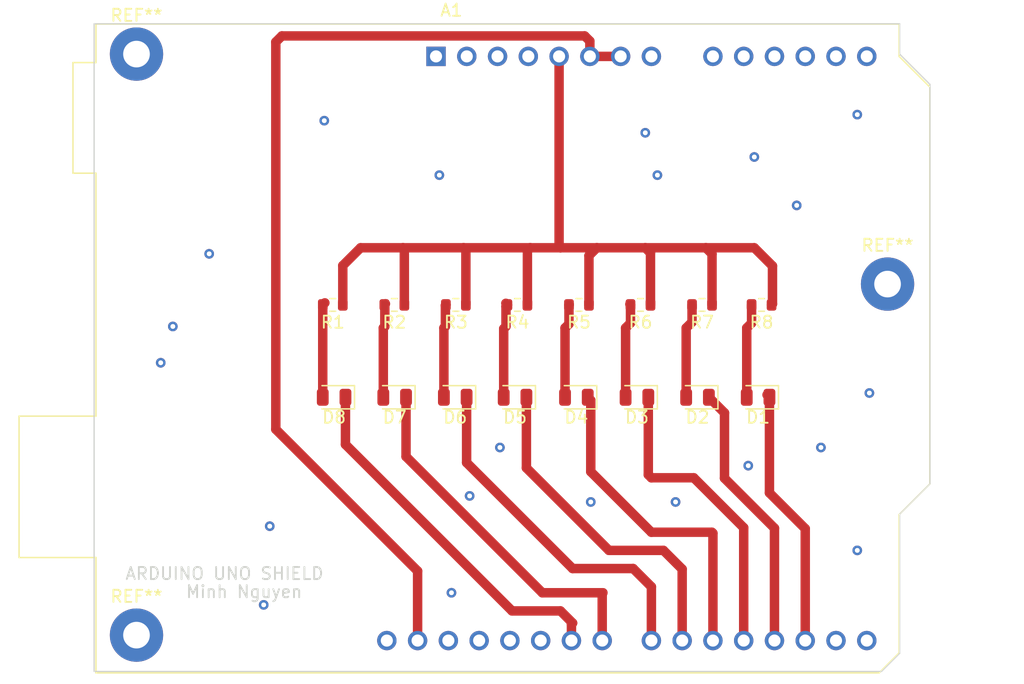
<source format=kicad_pcb>
(kicad_pcb (version 20221018) (generator pcbnew)
  (layers (0 "F.Cu" signal) (31 "B.Cu" signal) (34 "B.Paste" user) (35 "F.Paste" user) (36 "B.SilkS" user "B.Silkscreen") (37 "F.SilkS" user "F.Silkscreen") (38 "B.Mask" user) (39 "F.Mask" user) (44 "Edge.Cuts" user))
  (net 0 "")
  (net 5 "Net-(A1-+5V)")
  (net 6 "GND")
  (net 16 "Net-(A1-D2)")
  (net 17 "Net-(A1-D3)")
  (net 18 "Net-(A1-D4)")
  (net 19 "Net-(A1-D5)")
  (net 20 "Net-(A1-D6)")
  (net 21 "Net-(A1-D7)")
  (net 22 "Net-(A1-D8)")
  (net 23 "Net-(A1-D9)")
  (net 29 "Net-(D1-A)")
  (net 30 "Net-(D2-A)")
  (net 31 "Net-(D3-A)")
  (net 32 "Net-(D4-A)")
  (net 33 "Net-(D5-A)")
  (net 34 "Net-(D6-A)")
  (net 35 "Net-(D7-A)")
  (net 36 "Net-(D8-A)")
  (footprint "Resistor_SMD:R_0603_1608Metric" (layer "F.Cu") (at 150.865 80.22 180)
    (fp_text reference "R3" (at 0 -1.43) (layer "F.SilkS"))
    (fp_text value "247")
    (fp_line (start -0.237258 -0.5225) (end 0.237258 -0.5225) (stroke (width 0.12)) (layer "F.SilkS"))
    (fp_line (start -0.237258 0.5225) (end 0.237258 0.5225) (stroke (width 0.12)) (layer "F.SilkS"))
    (pad "1" smd roundrect (at -0.825 0 180) (size 0.8 0.95) (layers "F.Cu" "F.Paste" "F.Mask") (net 5 "Net-(A1-+5V)"))
    (pad "2" smd roundrect (at 0.825 0 180) (size 0.8 0.95) (layers "F.Cu" "F.Paste" "F.Mask") (net 34 "Net-(D6-A)"))
  )
  (footprint "LED_SMD:LED_0805_2012Metric" (layer "F.Cu") (at 155.75 87.85 180)
    (fp_text reference "D5" (at 0 -1.65) (layer "F.SilkS"))
    (fp_text value "LED")
    (fp_line (start -1.685 -0.96) (end -1.685 0.96) (stroke (width 0.12)) (layer "F.SilkS"))
    (fp_line (start -1.685 0.96) (end 1 0.96) (stroke (width 0.12)) (layer "F.SilkS"))
    (fp_line (start 1 -0.96) (end -1.685 -0.96) (stroke (width 0.12)) (layer "F.SilkS"))
    (pad "1" smd roundrect (at -0.9375 0 180) (size 0.975 1.4) (layers "F.Cu" "F.Paste" "F.Mask") (net 20 "Net-(A1-D6)"))
    (pad "2" smd roundrect (at 0.9375 0 180) (size 0.975 1.4) (layers "F.Cu" "F.Paste" "F.Mask") (net 33 "Net-(D5-A)"))
  )
  (footprint "LED_SMD:LED_0805_2012Metric" (layer "F.Cu") (at 170.8125 87.85 180)
    (fp_text reference "D2" (at 0 -1.65) (layer "F.SilkS"))
    (fp_text value "LED")
    (fp_line (start -1.685 -0.96) (end -1.685 0.96) (stroke (width 0.12)) (layer "F.SilkS"))
    (fp_line (start -1.685 0.96) (end 1 0.96) (stroke (width 0.12)) (layer "F.SilkS"))
    (fp_line (start 1 -0.96) (end -1.685 -0.96) (stroke (width 0.12)) (layer "F.SilkS"))
    (pad "1" smd roundrect (at -0.9375 0 180) (size 0.975 1.4) (layers "F.Cu" "F.Paste" "F.Mask") (net 17 "Net-(A1-D3)"))
    (pad "2" smd roundrect (at 0.9375 0 180) (size 0.975 1.4) (layers "F.Cu" "F.Paste" "F.Mask") (net 30 "Net-(D2-A)"))
  )
  (footprint "Resistor_SMD:R_0603_1608Metric" (layer "F.Cu") (at 166.105 80.22 180)
    (fp_text reference "R6" (at 0 -1.43) (layer "F.SilkS"))
    (fp_text value "247")
    (fp_line (start -0.237258 -0.5225) (end 0.237258 -0.5225) (stroke (width 0.12)) (layer "F.SilkS"))
    (fp_line (start -0.237258 0.5225) (end 0.237258 0.5225) (stroke (width 0.12)) (layer "F.SilkS"))
    (pad "1" smd roundrect (at -0.825 0 180) (size 0.8 0.95) (layers "F.Cu" "F.Paste" "F.Mask") (net 5 "Net-(A1-+5V)"))
    (pad "2" smd roundrect (at 0.825 0 180) (size 0.8 0.95) (layers "F.Cu" "F.Paste" "F.Mask") (net 31 "Net-(D3-A)"))
  )
  (footprint "Module:Arduino_UNO_R2" (layer "F.Cu") (at 149.225 59.69)
    (fp_text reference "A1" (at 1.27 -3.81 180) (layer "F.SilkS"))
    (fp_text value "Arduino_UNO_R2")
    (fp_line (start -34.42 29.72) (end -34.42 41.4) (stroke (width 0.12)) (layer "F.SilkS"))
    (fp_line (start -34.42 41.4) (end -28.07 41.4) (stroke (width 0.12)) (layer "F.SilkS"))
    (fp_line (start -29.97 0.51) (end -29.97 9.65) (stroke (width 0.12)) (layer "F.SilkS"))
    (fp_line (start -29.97 9.65) (end -28.07 9.65) (stroke (width 0.12)) (layer "F.SilkS"))
    (fp_line (start -28.07 -2.67) (end -28.07 0.51) (stroke (width 0.12)) (layer "F.SilkS"))
    (fp_line (start -28.07 0.51) (end -29.97 0.51) (stroke (width 0.12)) (layer "F.SilkS"))
    (fp_line (start -28.07 9.65) (end -28.07 29.72) (stroke (width 0.12)) (layer "F.SilkS"))
    (fp_line (start -28.07 29.72) (end -34.42 29.72) (stroke (width 0.12)) (layer "F.SilkS"))
    (fp_line (start -28.07 41.4) (end -28.07 50.93) (stroke (width 0.12)) (layer "F.SilkS"))
    (fp_line (start -28.07 50.93) (end 36.58 50.93) (stroke (width 0.12)) (layer "F.SilkS"))
    (fp_line (start 36.58 50.93) (end 38.23 49.28) (stroke (width 0.12)) (layer "F.SilkS"))
    (fp_line (start 38.23 -2.67) (end -28.07 -2.67) (stroke (width 0.12)) (layer "F.SilkS"))
    (fp_line (start 38.23 0) (end 38.23 -2.67) (stroke (width 0.12)) (layer "F.SilkS"))
    (fp_line (start 38.23 37.85) (end 40.77 35.31) (stroke (width 0.12)) (layer "F.SilkS"))
    (fp_line (start 38.23 49.28) (end 38.23 37.85) (stroke (width 0.12)) (layer "F.SilkS"))
    (fp_line (start 40.77 2.54) (end 38.23 0) (stroke (width 0.12)) (layer "F.SilkS"))
    (fp_line (start 40.77 35.31) (end 40.77 2.54) (stroke (width 0.12)) (layer "F.SilkS"))
    (pad "1" thru_hole rect (at 0 0 90) (size 1.6 1.6) (drill 1) (layers "*.Cu" "*.Mask"))
    (pad "2" thru_hole oval (at 2.54 0 90) (size 1.6 1.6) (drill 1) (layers "*.Cu" "*.Mask"))
    (pad "3" thru_hole oval (at 5.08 0 90) (size 1.6 1.6) (drill 1) (layers "*.Cu" "*.Mask"))
    (pad "4" thru_hole oval (at 7.62 0 90) (size 1.6 1.6) (drill 1) (layers "*.Cu" "*.Mask"))
    (pad "5" thru_hole oval (at 10.16 0 90) (size 1.6 1.6) (drill 1) (layers "*.Cu" "*.Mask") (net 5 "Net-(A1-+5V)"))
    (pad "6" thru_hole oval (at 12.7 0 90) (size 1.6 1.6) (drill 1) (layers "*.Cu" "*.Mask") (net 6 "GND"))
    (pad "7" thru_hole oval (at 15.24 0 90) (size 1.6 1.6) (drill 1) (layers "*.Cu" "*.Mask") (net 6 "GND"))
    (pad "8" thru_hole oval (at 17.78 0 90) (size 1.6 1.6) (drill 1) (layers "*.Cu" "*.Mask"))
    (pad "9" thru_hole oval (at 22.86 0 90) (size 1.6 1.6) (drill 1) (layers "*.Cu" "*.Mask"))
    (pad "10" thru_hole oval (at 25.4 0 90) (size 1.6 1.6) (drill 1) (layers "*.Cu" "*.Mask"))
    (pad "11" thru_hole oval (at 27.94 0 90) (size 1.6 1.6) (drill 1) (layers "*.Cu" "*.Mask"))
    (pad "12" thru_hole oval (at 30.48 0 90) (size 1.6 1.6) (drill 1) (layers "*.Cu" "*.Mask"))
    (pad "13" thru_hole oval (at 33.02 0 90) (size 1.6 1.6) (drill 1) (layers "*.Cu" "*.Mask"))
    (pad "14" thru_hole oval (at 35.56 0 90) (size 1.6 1.6) (drill 1) (layers "*.Cu" "*.Mask"))
    (pad "15" thru_hole oval (at 35.56 48.26 90) (size 1.6 1.6) (drill 1) (layers "*.Cu" "*.Mask"))
    (pad "16" thru_hole oval (at 33.02 48.26 90) (size 1.6 1.6) (drill 1) (layers "*.Cu" "*.Mask"))
    (pad "17" thru_hole oval (at 30.48 48.26 90) (size 1.6 1.6) (drill 1) (layers "*.Cu" "*.Mask") (net 16 "Net-(A1-D2)"))
    (pad "18" thru_hole oval (at 27.94 48.26 90) (size 1.6 1.6) (drill 1) (layers "*.Cu" "*.Mask") (net 17 "Net-(A1-D3)"))
    (pad "19" thru_hole oval (at 25.4 48.26 90) (size 1.6 1.6) (drill 1) (layers "*.Cu" "*.Mask") (net 18 "Net-(A1-D4)"))
    (pad "20" thru_hole oval (at 22.86 48.26 90) (size 1.6 1.6) (drill 1) (layers "*.Cu" "*.Mask") (net 19 "Net-(A1-D5)"))
    (pad "21" thru_hole oval (at 20.32 48.26 90) (size 1.6 1.6) (drill 1) (layers "*.Cu" "*.Mask") (net 20 "Net-(A1-D6)"))
    (pad "22" thru_hole oval (at 17.78 48.26 90) (size 1.6 1.6) (drill 1) (layers "*.Cu" "*.Mask") (net 21 "Net-(A1-D7)"))
    (pad "23" thru_hole oval (at 13.72 48.26 90) (size 1.6 1.6) (drill 1) (layers "*.Cu" "*.Mask") (net 22 "Net-(A1-D8)"))
    (pad "24" thru_hole oval (at 11.18 48.26 90) (size 1.6 1.6) (drill 1) (layers "*.Cu" "*.Mask") (net 23 "Net-(A1-D9)"))
    (pad "25" thru_hole oval (at 8.64 48.26 90) (size 1.6 1.6) (drill 1) (layers "*.Cu" "*.Mask"))
    (pad "26" thru_hole oval (at 6.1 48.26 90) (size 1.6 1.6) (drill 1) (layers "*.Cu" "*.Mask"))
    (pad "27" thru_hole oval (at 3.56 48.26 90) (size 1.6 1.6) (drill 1) (layers "*.Cu" "*.Mask"))
    (pad "28" thru_hole oval (at 1.02 48.26 90) (size 1.6 1.6) (drill 1) (layers "*.Cu" "*.Mask"))
    (pad "29" thru_hole oval (at -1.52 48.26 90) (size 1.6 1.6) (drill 1) (layers "*.Cu" "*.Mask") (net 6 "GND"))
    (pad "30" thru_hole oval (at -4.06 48.26 90) (size 1.6 1.6) (drill 1) (layers "*.Cu" "*.Mask"))
  )
  (footprint "LED_SMD:LED_0805_2012Metric" (layer "F.Cu") (at 165.8125 87.85 180)
    (fp_text reference "D3" (at 0 -1.65) (layer "F.SilkS"))
    (fp_text value "LED")
    (fp_line (start -1.685 -0.96) (end -1.685 0.96) (stroke (width 0.12)) (layer "F.SilkS"))
    (fp_line (start -1.685 0.96) (end 1 0.96) (stroke (width 0.12)) (layer "F.SilkS"))
    (fp_line (start 1 -0.96) (end -1.685 -0.96) (stroke (width 0.12)) (layer "F.SilkS"))
    (pad "1" smd roundrect (at -0.9375 0 180) (size 0.975 1.4) (layers "F.Cu" "F.Paste" "F.Mask") (net 18 "Net-(A1-D4)"))
    (pad "2" smd roundrect (at 0.9375 0 180) (size 0.975 1.4) (layers "F.Cu" "F.Paste" "F.Mask") (net 31 "Net-(D3-A)"))
  )
  (footprint "MountingHole:MountingHole_2.2mm_M2_Pad" (layer "F.Cu") (at 124.5 59.5)
    (fp_text reference "REF**" (at 0 -3.2) (layer "F.SilkS"))
    (fp_text value "MountingHole_2.2mm_M2_Pad")
    (pad "1" thru_hole circle (at 0 0) (size 4.4 4.4) (drill 2.2) (layers "*.Cu" "*.Mask"))
  )
  (footprint "Resistor_SMD:R_0603_1608Metric" (layer "F.Cu") (at 161.025 80.22 180)
    (fp_text reference "R5" (at 0 -1.43) (layer "F.SilkS"))
    (fp_text value "247")
    (fp_line (start -0.237258 -0.5225) (end 0.237258 -0.5225) (stroke (width 0.12)) (layer "F.SilkS"))
    (fp_line (start -0.237258 0.5225) (end 0.237258 0.5225) (stroke (width 0.12)) (layer "F.SilkS"))
    (pad "1" smd roundrect (at -0.825 0 180) (size 0.8 0.95) (layers "F.Cu" "F.Paste" "F.Mask") (net 5 "Net-(A1-+5V)"))
    (pad "2" smd roundrect (at 0.825 0 180) (size 0.8 0.95) (layers "F.Cu" "F.Paste" "F.Mask") (net 32 "Net-(D4-A)"))
  )
  (footprint "LED_SMD:LED_0805_2012Metric" (layer "F.Cu") (at 175.8125 87.85 180)
    (fp_text reference "D1" (at 0 -1.65) (layer "F.SilkS"))
    (fp_text value "LED")
    (fp_line (start -1.685 -0.96) (end -1.685 0.96) (stroke (width 0.12)) (layer "F.SilkS"))
    (fp_line (start -1.685 0.96) (end 1 0.96) (stroke (width 0.12)) (layer "F.SilkS"))
    (fp_line (start 1 -0.96) (end -1.685 -0.96) (stroke (width 0.12)) (layer "F.SilkS"))
    (pad "1" smd roundrect (at -0.9375 0 180) (size 0.975 1.4) (layers "F.Cu" "F.Paste" "F.Mask") (net 16 "Net-(A1-D2)"))
    (pad "2" smd roundrect (at 0.9375 0 180) (size 0.975 1.4) (layers "F.Cu" "F.Paste" "F.Mask") (net 29 "Net-(D1-A)"))
  )
  (footprint "LED_SMD:LED_0805_2012Metric" (layer "F.Cu") (at 140.8125 87.85 180)
    (fp_text reference "D8" (at 0 -1.65) (layer "F.SilkS"))
    (fp_text value "LED")
    (fp_line (start -1.685 -0.96) (end -1.685 0.96) (stroke (width 0.12)) (layer "F.SilkS"))
    (fp_line (start -1.685 0.96) (end 1 0.96) (stroke (width 0.12)) (layer "F.SilkS"))
    (fp_line (start 1 -0.96) (end -1.685 -0.96) (stroke (width 0.12)) (layer "F.SilkS"))
    (pad "1" smd roundrect (at -0.9375 0 180) (size 0.975 1.4) (layers "F.Cu" "F.Paste" "F.Mask") (net 23 "Net-(A1-D9)"))
    (pad "2" smd roundrect (at 0.9375 0 180) (size 0.975 1.4) (layers "F.Cu" "F.Paste" "F.Mask") (net 36 "Net-(D8-A)"))
  )
  (footprint "Resistor_SMD:R_0603_1608Metric" (layer "F.Cu") (at 155.945 80.22 180)
    (fp_text reference "R4" (at 0 -1.43) (layer "F.SilkS"))
    (fp_text value "247")
    (fp_line (start -0.237258 -0.5225) (end 0.237258 -0.5225) (stroke (width 0.12)) (layer "F.SilkS"))
    (fp_line (start -0.237258 0.5225) (end 0.237258 0.5225) (stroke (width 0.12)) (layer "F.SilkS"))
    (pad "1" smd roundrect (at -0.825 0 180) (size 0.8 0.95) (layers "F.Cu" "F.Paste" "F.Mask") (net 5 "Net-(A1-+5V)"))
    (pad "2" smd roundrect (at 0.825 0 180) (size 0.8 0.95) (layers "F.Cu" "F.Paste" "F.Mask") (net 33 "Net-(D5-A)"))
  )
  (footprint "MountingHole:MountingHole_2.2mm_M2_Pad" (layer "F.Cu") (at 124.5 107.5)
    (fp_text reference "REF**" (at 0 -3.2) (layer "F.SilkS"))
    (fp_text value "MountingHole_2.2mm_M2_Pad")
    (pad "1" thru_hole circle (at 0 0) (size 4.4 4.4) (drill 2.2) (layers "*.Cu" "*.Mask"))
  )
  (footprint "Resistor_SMD:R_0603_1608Metric" (layer "F.Cu") (at 176.1 80.22 180)
    (fp_text reference "R8" (at 0 -1.43) (layer "F.SilkS"))
    (fp_text value "247")
    (fp_line (start -0.237258 -0.5225) (end 0.237258 -0.5225) (stroke (width 0.12)) (layer "F.SilkS"))
    (fp_line (start -0.237258 0.5225) (end 0.237258 0.5225) (stroke (width 0.12)) (layer "F.SilkS"))
    (pad "1" smd roundrect (at -0.825 0 180) (size 0.8 0.95) (layers "F.Cu" "F.Paste" "F.Mask") (net 5 "Net-(A1-+5V)"))
    (pad "2" smd roundrect (at 0.825 0 180) (size 0.8 0.95) (layers "F.Cu" "F.Paste" "F.Mask") (net 29 "Net-(D1-A)"))
  )
  (footprint "Resistor_SMD:R_0603_1608Metric" (layer "F.Cu") (at 145.785 80.22 180)
    (fp_text reference "R2" (at 0 -1.43) (layer "F.SilkS"))
    (fp_text value "247")
    (fp_line (start -0.237258 -0.5225) (end 0.237258 -0.5225) (stroke (width 0.12)) (layer "F.SilkS"))
    (fp_line (start -0.237258 0.5225) (end 0.237258 0.5225) (stroke (width 0.12)) (layer "F.SilkS"))
    (pad "1" smd roundrect (at -0.825 0 180) (size 0.8 0.95) (layers "F.Cu" "F.Paste" "F.Mask") (net 5 "Net-(A1-+5V)"))
    (pad "2" smd roundrect (at 0.825 0 180) (size 0.8 0.95) (layers "F.Cu" "F.Paste" "F.Mask") (net 35 "Net-(D7-A)"))
  )
  (footprint "LED_SMD:LED_0805_2012Metric" (layer "F.Cu") (at 160.8125 87.85 180)
    (fp_text reference "D4" (at 0 -1.65) (layer "F.SilkS"))
    (fp_text value "LED")
    (fp_line (start -1.685 -0.96) (end -1.685 0.96) (stroke (width 0.12)) (layer "F.SilkS"))
    (fp_line (start -1.685 0.96) (end 1 0.96) (stroke (width 0.12)) (layer "F.SilkS"))
    (fp_line (start 1 -0.96) (end -1.685 -0.96) (stroke (width 0.12)) (layer "F.SilkS"))
    (pad "1" smd roundrect (at -0.9375 0 180) (size 0.975 1.4) (layers "F.Cu" "F.Paste" "F.Mask") (net 19 "Net-(A1-D5)"))
    (pad "2" smd roundrect (at 0.9375 0 180) (size 0.975 1.4) (layers "F.Cu" "F.Paste" "F.Mask") (net 32 "Net-(D4-A)"))
  )
  (footprint "LED_SMD:LED_0805_2012Metric" (layer "F.Cu") (at 150.8125 87.85 180)
    (fp_text reference "D6" (at 0 -1.65) (layer "F.SilkS"))
    (fp_text value "LED")
    (fp_line (start -1.685 -0.96) (end -1.685 0.96) (stroke (width 0.12)) (layer "F.SilkS"))
    (fp_line (start -1.685 0.96) (end 1 0.96) (stroke (width 0.12)) (layer "F.SilkS"))
    (fp_line (start 1 -0.96) (end -1.685 -0.96) (stroke (width 0.12)) (layer "F.SilkS"))
    (pad "1" smd roundrect (at -0.9375 0 180) (size 0.975 1.4) (layers "F.Cu" "F.Paste" "F.Mask") (net 21 "Net-(A1-D7)"))
    (pad "2" smd roundrect (at 0.9375 0 180) (size 0.975 1.4) (layers "F.Cu" "F.Paste" "F.Mask") (net 34 "Net-(D6-A)"))
  )
  (footprint "Resistor_SMD:R_0603_1608Metric" (layer "F.Cu") (at 140.705 80.22 180)
    (fp_text reference "R1" (at 0 -1.43) (layer "F.SilkS"))
    (fp_text value "247")
    (fp_line (start -0.237258 -0.5225) (end 0.237258 -0.5225) (stroke (width 0.12)) (layer "F.SilkS"))
    (fp_line (start -0.237258 0.5225) (end 0.237258 0.5225) (stroke (width 0.12)) (layer "F.SilkS"))
    (pad "1" smd roundrect (at -0.825 0 180) (size 0.8 0.95) (layers "F.Cu" "F.Paste" "F.Mask") (net 5 "Net-(A1-+5V)"))
    (pad "2" smd roundrect (at 0.825 0 180) (size 0.8 0.95) (layers "F.Cu" "F.Paste" "F.Mask") (net 36 "Net-(D8-A)"))
  )
  (footprint "Resistor_SMD:R_0603_1608Metric" (layer "F.Cu") (at 171.185 80.22 180)
    (fp_text reference "R7" (at 0 -1.43) (layer "F.SilkS"))
    (fp_text value "247")
    (fp_line (start -0.237258 -0.5225) (end 0.237258 -0.5225) (stroke (width 0.12)) (layer "F.SilkS"))
    (fp_line (start -0.237258 0.5225) (end 0.237258 0.5225) (stroke (width 0.12)) (layer "F.SilkS"))
    (pad "1" smd roundrect (at -0.825 0 180) (size 0.8 0.95) (layers "F.Cu" "F.Paste" "F.Mask") (net 5 "Net-(A1-+5V)"))
    (pad "2" smd roundrect (at 0.825 0 180) (size 0.8 0.95) (layers "F.Cu" "F.Paste" "F.Mask") (net 30 "Net-(D2-A)"))
  )
  (footprint "LED_SMD:LED_0805_2012Metric" (layer "F.Cu") (at 145.8125 87.85 180)
    (fp_text reference "D7" (at 0 -1.65) (layer "F.SilkS"))
    (fp_text value "LED")
    (fp_line (start -1.685 -0.96) (end -1.685 0.96) (stroke (width 0.12)) (layer "F.SilkS"))
    (fp_line (start -1.685 0.96) (end 1 0.96) (stroke (width 0.12)) (layer "F.SilkS"))
    (fp_line (start 1 -0.96) (end -1.685 -0.96) (stroke (width 0.12)) (layer "F.SilkS"))
    (pad "1" smd roundrect (at -0.9375 0 180) (size 0.975 1.4) (layers "F.Cu" "F.Paste" "F.Mask") (net 22 "Net-(A1-D8)"))
    (pad "2" smd roundrect (at 0.9375 0 180) (size 0.975 1.4) (layers "F.Cu" "F.Paste" "F.Mask") (net 35 "Net-(D7-A)"))
  )
  (footprint "MountingHole:MountingHole_2.2mm_M2_Pad" (layer "F.Cu") (at 186.5 78.5)
    (fp_text reference "REF**" (at 0 -3.2) (layer "F.SilkS"))
    (fp_text value "MountingHole_2.2mm_M2_Pad")
    (pad "1" thru_hole circle (at 0 0) (size 4.4 4.4) (drill 2.2) (layers "*.Cu" "*.Mask"))
  )
  (gr_line (start 186 110.5) (end 121 110.5) (stroke (width 0.1)) (layer "Edge.Cuts"))
  (gr_line (start 187.5 57) (end 187.5 59.5) (stroke (width 0.1)) (layer "Edge.Cuts"))
  (gr_line (start 121 57) (end 187.5 57) (stroke (width 0.1)) (layer "Edge.Cuts"))
  (gr_line (start 121 101) (end 121 57) (stroke (width 0.1)) (layer "Edge.Cuts"))
  (gr_line (start 187.5 59.5) (end 190 62) (stroke (width 0.1)) (layer "Edge.Cuts"))
  (gr_line (start 121 110.5) (end 121 101) (stroke (width 0.1)) (layer "Edge.Cuts"))
  (gr_line (start 187.5 109) (end 186 110.5) (stroke (width 0.1)) (layer "Edge.Cuts"))
  (gr_line (start 187.5 97.5) (end 187.5 109) (stroke (width 0.1)) (layer "Edge.Cuts"))
  (gr_line (start 190 95) (end 187.5 97.5) (stroke (width 0.1)) (layer "Edge.Cuts"))
  (gr_line (start 190 62) (end 190 95) (stroke (width 0.1)) (layer "Edge.Cuts"))
  (gr_text "Minh Nguyen" (at 128.5 104.5) (layer "Edge.Cuts") (effects (font (size 1 1)) (justify left bottom)))
  (gr_text "ARDUINO UNO SHIELD" (at 123.5 103) (layer "Edge.Cuts") (effects (font (size 1 1)) (justify left bottom)))
  (via (at 169 96.5) (size 0.8) (drill 0.4) (layers "F.Cu" "B.Cu") (net 0))
  (via (at 152 96) (size 0.8) (drill 0.4) (layers "F.Cu" "B.Cu") (net 0))
  (via (at 154.5 92) (size 0.8) (drill 0.4) (layers "F.Cu" "B.Cu") (net 0))
  (via (at 184 100.5) (size 0.8) (drill 0.4) (layers "F.Cu" "B.Cu") (net 0))
  (via (at 126.5 85) (size 0.8) (drill 0.4) (layers "F.Cu" "B.Cu") (net 0))
  (via (at 150.5 104) (size 0.8) (drill 0.4) (layers "F.Cu" "B.Cu") (net 0))
  (via (at 166.5 66) (size 0.8) (drill 0.4) (layers "F.Cu" "B.Cu") (net 0))
  (via (at 162 96.5) (size 0.8) (drill 0.4) (layers "F.Cu" "B.Cu") (net 0))
  (via (at 127.5 82) (size 0.8) (drill 0.4) (layers "F.Cu" "B.Cu") (net 0))
  (via (at 167.5 69.5) (size 0.8) (drill 0.4) (layers "F.Cu" "B.Cu") (net 0))
  (via (at 149.5 69.5) (size 0.8) (drill 0.4) (layers "F.Cu" "B.Cu") (net 0))
  (via (at 130.5 76) (size 0.8) (drill 0.4) (layers "F.Cu" "B.Cu") (net 0))
  (via (at 135 105) (size 0.8) (drill 0.4) (layers "F.Cu" "B.Cu") (net 0))
  (via (at 140 65) (size 0.8) (drill 0.4) (layers "F.Cu" "B.Cu") (net 0))
  (via (at 135.5 98.5) (size 0.8) (drill 0.4) (layers "F.Cu" "B.Cu") (net 0))
  (via (at 185 87.5) (size 0.8) (drill 0.4) (layers "F.Cu" "B.Cu") (net 0))
  (via (at 175.5 68) (size 0.8) (drill 0.4) (layers "F.Cu" "B.Cu") (net 0))
  (via (at 184 64.5) (size 0.8) (drill 0.4) (layers "F.Cu" "B.Cu") (net 0))
  (via (at 181 92) (size 0.8) (drill 0.4) (layers "F.Cu" "B.Cu") (net 0))
  (via (at 175 93.5) (size 0.8) (drill 0.4) (layers "F.Cu" "B.Cu") (net 0))
  (via (at 179 72) (size 0.8) (drill 0.4) (layers "F.Cu" "B.Cu") (net 0))
  (segment (start 175.5 75.5) (end 177 77) (width 0.78) (layer "F.Cu") (net 5))
  (segment (start 159.385 59.69) (end 159.385 75.385) (width 0.78) (layer "F.Cu") (net 5))
  (segment (start 161.85 80.22) (end 161.85 76.15) (width 0.78) (layer "F.Cu") (net 5))
  (segment (start 156.77 80.22) (end 156.77 75.73) (width 0.78) (layer "F.Cu") (net 5))
  (segment (start 159.385 75.385) (end 159.5 75.5) (width 0.78) (layer "F.Cu") (net 5))
  (segment (start 141.53 76.97) (end 143 75.5) (width 0.78) (layer "F.Cu") (net 5))
  (segment (start 143 75.5) (end 146.5 75.5) (width 0.78) (layer "F.Cu") (net 5))
  (segment (start 157 75.5) (end 159.5 75.5) (width 0.78) (layer "F.Cu") (net 5))
  (segment (start 177 77) (end 177 80.145) (width 0.78) (layer "F.Cu") (net 5))
  (segment (start 141.53 80.22) (end 141.53 76.97) (width 0.78) (layer "F.Cu") (net 5))
  (segment (start 172.01 80.22) (end 172.01 76.01) (width 0.78) (layer "F.Cu") (net 5))
  (segment (start 166.5 75.5) (end 171.5 75.5) (width 0.78) (layer "F.Cu") (net 5))
  (segment (start 146.61 80.22) (end 146.61 75.61) (width 0.78) (layer "F.Cu") (net 5))
  (segment (start 146.5 75.5) (end 151.5 75.5) (width 0.78) (layer "F.Cu") (net 5))
  (segment (start 162.5 75.5) (end 166.5 75.5) (width 0.78) (layer "F.Cu") (net 5))
  (segment (start 166.93 80.22) (end 166.93 75.93) (width 0.78) (layer "F.Cu") (net 5))
  (segment (start 146.61 75.61) (end 146.5 75.5) (width 0.78) (layer "F.Cu") (net 5))
  (segment (start 171.5 75.5) (end 175.5 75.5) (width 0.78) (layer "F.Cu") (net 5))
  (segment (start 151.69 80.22) (end 151.69 75.69) (width 0.78) (layer "F.Cu") (net 5))
  (segment (start 161.85 76.15) (end 162.5 75.5) (width 0.78) (layer "F.Cu") (net 5))
  (segment (start 172.01 76.01) (end 171.5 75.5) (width 0.78) (layer "F.Cu") (net 5))
  (segment (start 166.93 75.93) (end 166.5 75.5) (width 0.78) (layer "F.Cu") (net 5))
  (segment (start 177 80.145) (end 176.925 80.22) (width 0.78) (layer "F.Cu") (net 5))
  (segment (start 151.5 75.5) (end 157 75.5) (width 0.78) (layer "F.Cu") (net 5))
  (segment (start 151.69 75.69) (end 151.5 75.5) (width 0.78) (layer "F.Cu") (net 5))
  (segment (start 156.77 75.73) (end 157 75.5) (width 0.78) (layer "F.Cu") (net 5))
  (segment (start 159.5 75.5) (end 162.5 75.5) (width 0.78) (layer "F.Cu") (net 5))
  (segment (start 136 90.5) (end 136 58.5) (width 0.78) (layer "F.Cu") (net 6))
  (segment (start 136 58.5) (end 136.5 58) (width 0.78) (layer "F.Cu") (net 6))
  (segment (start 147.705 102.205) (end 136 90.5) (width 0.78) (layer "F.Cu") (net 6))
  (segment (start 136.5 58) (end 161.5 58) (width 0.78) (layer "F.Cu") (net 6))
  (segment (start 147.705 107.95) (end 147.705 102.205) (width 0.78) (layer "F.Cu") (net 6))
  (segment (start 161.925 59.69) (end 164.465 59.69) (width 0.78) (layer "F.Cu") (net 6))
  (segment (start 161.5 58) (end 161.925 58.425) (width 0.78) (layer "F.Cu") (net 6))
  (segment (start 161.925 58.425) (end 161.925 59.69) (width 0.78) (layer "F.Cu") (net 6))
  (segment (start 176.75 95.75) (end 179.705 98.705) (width 0.78) (layer "F.Cu") (net 16))
  (segment (start 176.75 87.85) (end 176.75 95.75) (width 0.78) (layer "F.Cu") (net 16))
  (segment (start 179.705 98.705) (end 179.705 107.95) (width 0.78) (layer "F.Cu") (net 16))
  (segment (start 176.55 87.65) (end 176.75 87.85) (width 0.78) (layer "F.Cu") (net 16))
  (segment (start 177.165 98.665) (end 177.165 107.95) (width 0.78) (layer "F.Cu") (net 17))
  (segment (start 173.04 94.54) (end 177.165 98.665) (width 0.78) (layer "F.Cu") (net 17))
  (segment (start 171.75 87.85) (end 173.04 89.14) (width 0.78) (layer "F.Cu") (net 17))
  (segment (start 173.04 89.14) (end 173.04 94.54) (width 0.78) (layer "F.Cu") (net 17))
  (segment (start 174.625 98.625) (end 174.625 107.95) (width 0.78) (layer "F.Cu") (net 18))
  (segment (start 170.5 94.5) (end 174.625 98.625) (width 0.78) (layer "F.Cu") (net 18))
  (segment (start 167 94.5) (end 170.5 94.5) (width 0.78) (layer "F.Cu") (net 18))
  (segment (start 166.75 94.25) (end 167 94.5) (width 0.78) (layer "F.Cu") (net 18))
  (segment (start 166.75 87.85) (end 166.75 94.25) (width 0.78) (layer "F.Cu") (net 18))
  (segment (start 161.75 87.85) (end 162 88.1) (width 0.78) (layer "F.Cu") (net 19))
  (segment (start 167 99) (end 172 99) (width 0.78) (layer "F.Cu") (net 19))
  (segment (start 172 99) (end 172.085 99.085) (width 0.78) (layer "F.Cu") (net 19))
  (segment (start 172.085 99.085) (end 172.085 107.95) (width 0.78) (layer "F.Cu") (net 19))
  (segment (start 162 94) (end 167 99) (width 0.78) (layer "F.Cu") (net 19))
  (segment (start 162 88.1) (end 162 94) (width 0.78) (layer "F.Cu") (net 19))
  (segment (start 156.6875 87.85) (end 156.6875 93.6875) (width 0.78) (layer "F.Cu") (net 20))
  (segment (start 169.545 102.045) (end 169.545 107.95) (width 0.78) (layer "F.Cu") (net 20))
  (segment (start 168 100.5) (end 169.545 102.045) (width 0.78) (layer "F.Cu") (net 20))
  (segment (start 163.5 100.5) (end 168 100.5) (width 0.78) (layer "F.Cu") (net 20))
  (segment (start 156.6875 93.6875) (end 163.5 100.5) (width 0.78) (layer "F.Cu") (net 20))
  (segment (start 151.75 93.25) (end 160.5 102) (width 0.78) (layer "F.Cu") (net 21))
  (segment (start 151.75 87.85) (end 151.75 93.25) (width 0.78) (layer "F.Cu") (net 21))
  (segment (start 160.5 102) (end 165.5 102) (width 0.78) (layer "F.Cu") (net 21))
  (segment (start 167.005 103.505) (end 167.005 107.95) (width 0.78) (layer "F.Cu") (net 21))
  (segment (start 165.5 102) (end 167.005 103.505) (width 0.78) (layer "F.Cu") (net 21))
  (segment (start 146.75 92.75) (end 158 104) (width 0.78) (layer "F.Cu") (net 22))
  (segment (start 146.75 87.85) (end 146.75 92.75) (width 0.78) (layer "F.Cu") (net 22))
  (segment (start 163 104) (end 162.945 104.055) (width 0.78) (layer "F.Cu") (net 22))
  (segment (start 162.945 104.055) (end 162.945 107.95) (width 0.78) (layer "F.Cu") (net 22))
  (segment (start 158 104) (end 163 104) (width 0.78) (layer "F.Cu") (net 22))
  (segment (start 159.5 105.5) (end 160.5 106.5) (width 0.78) (layer "F.Cu") (net 23))
  (segment (start 141.75 87.85) (end 141.75 91.75) (width 0.78) (layer "F.Cu") (net 23))
  (segment (start 160.5 106.5) (end 160.405 106.595) (width 0.78) (layer "F.Cu") (net 23))
  (segment (start 155.5 105.5) (end 159.5 105.5) (width 0.78) (layer "F.Cu") (net 23))
  (segment (start 141.75 91.75) (end 155.5 105.5) (width 0.78) (layer "F.Cu") (net 23))
  (segment (start 160.405 106.595) (end 160.405 107.95) (width 0.78) (layer "F.Cu") (net 23))
  (segment (start 175.275 81.725) (end 175.275 80.22) (width 0.78) (layer "F.Cu") (net 29))
  (segment (start 174.875 87.85) (end 174.875 82.125) (width 0.78) (layer "F.Cu") (net 29))
  (segment (start 174.875 82.125) (end 175.275 81.725) (width 0.78) (layer "F.Cu") (net 29))
  (segment (start 169.875 82.125) (end 170.36 81.64) (width 0.78) (layer "F.Cu") (net 30))
  (segment (start 170.36 81.64) (end 170.36 80.22) (width 0.78) (layer "F.Cu") (net 30))
  (segment (start 169.875 87.85) (end 169.875 82.125) (width 0.78) (layer "F.Cu") (net 30))
  (segment (start 164.875 87.85) (end 164.875 82.125) (width 0.78) (layer "F.Cu") (net 31))
  (segment (start 164.875 82.125) (end 165.28 81.72) (width 0.78) (layer "F.Cu") (net 31))
  (segment (start 165.28 81.72) (end 165.28 80.22) (width 0.78) (layer "F.Cu") (net 31))
  (segment (start 165.225 80.165) (end 165.28 80.22) (width 0.78) (layer "F.Cu") (net 31))
  (segment (start 159.875 87.85) (end 159.875 82.125) (width 0.78) (layer "F.Cu") (net 32))
  (segment (start 159.875 82.125) (end 160.2 81.8) (width 0.78) (layer "F.Cu") (net 32))
  (segment (start 160.225 80.195) (end 160.2 80.22) (width 0.78) (layer "F.Cu") (net 32))
  (segment (start 160.2 81.8) (end 160.2 80.22) (width 0.78) (layer "F.Cu") (net 32))
  (segment (start 155 82) (end 155 80.34) (width 0.78) (layer "F.Cu") (net 33))
  (segment (start 155 80.34) (end 155.12 80.22) (width 0.78) (layer "F.Cu") (net 33))
  (segment (start 154.9875 80.0875) (end 155.12 80.22) (width 0.78) (layer "F.Cu") (net 33))
  (segment (start 154.8125 87.85) (end 154.8125 82.1875) (width 0.78) (layer "F.Cu") (net 33))
  (segment (start 154.8125 82.1875) (end 155 82) (width 0.78) (layer "F.Cu") (net 33))
  (segment (start 149.875 87.85) (end 149.875 82.125) (width 0.78) (layer "F.Cu") (net 34))
  (segment (start 150 82) (end 150 80.26) (width 0.78) (layer "F.Cu") (net 34))
  (segment (start 150.05 80.21) (end 150.04 80.22) (width 0.78) (layer "F.Cu") (net 34))
  (segment (start 149.875 82.125) (end 150 82) (width 0.78) (layer "F.Cu") (net 34))
  (segment (start 150 80.26) (end 150.04 80.22) (width 0.78) (layer "F.Cu") (net 34))
  (segment (start 145 82) (end 145 80.26) (width 0.78) (layer "F.Cu") (net 35))
  (segment (start 145 80.26) (end 144.96 80.22) (width 0.78) (layer "F.Cu") (net 35))
  (segment (start 144.875 87.85) (end 144.875 82.125) (width 0.78) (layer "F.Cu") (net 35))
  (segment (start 144.875 82.125) (end 145 82) (width 0.78) (layer "F.Cu") (net 35))
  (segment (start 145.05 80.13) (end 144.96 80.22) (width 0.78) (layer "F.Cu") (net 35))
  (segment (start 139.875 80.225) (end 139.88 80.22) (width 0.78) (layer "F.Cu") (net 36))
  (segment (start 139.875 87.85) (end 139.875 80.225) (width 0.78) (layer "F.Cu") (net 36))
  (segment (start 140.05 80.05) (end 139.88 80.22) (width 0.78) (layer "F.Cu") (net 36))
)
</source>
